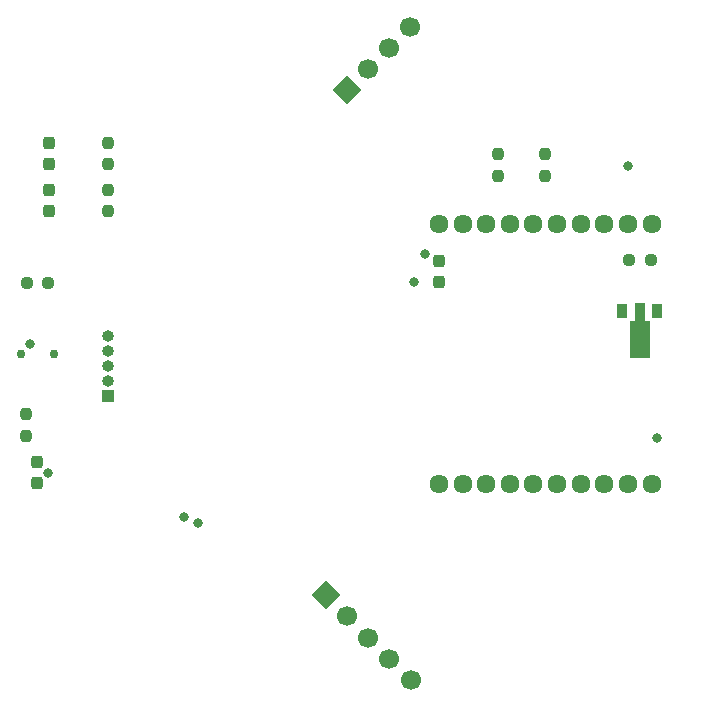
<source format=gts>
G04 #@! TF.GenerationSoftware,KiCad,Pcbnew,(6.0.1)*
G04 #@! TF.CreationDate,2022-04-06T23:24:07+09:00*
G04 #@! TF.ProjectId,xbee-gyro20220207,78626565-2d67-4797-926f-323032323032,V1.1*
G04 #@! TF.SameCoordinates,Original*
G04 #@! TF.FileFunction,Soldermask,Top*
G04 #@! TF.FilePolarity,Negative*
%FSLAX46Y46*%
G04 Gerber Fmt 4.6, Leading zero omitted, Abs format (unit mm)*
G04 Created by KiCad (PCBNEW (6.0.1)) date 2022-04-06 23:24:07*
%MOMM*%
%LPD*%
G01*
G04 APERTURE LIST*
G04 Aperture macros list*
%AMRoundRect*
0 Rectangle with rounded corners*
0 $1 Rounding radius*
0 $2 $3 $4 $5 $6 $7 $8 $9 X,Y pos of 4 corners*
0 Add a 4 corners polygon primitive as box body*
4,1,4,$2,$3,$4,$5,$6,$7,$8,$9,$2,$3,0*
0 Add four circle primitives for the rounded corners*
1,1,$1+$1,$2,$3*
1,1,$1+$1,$4,$5*
1,1,$1+$1,$6,$7*
1,1,$1+$1,$8,$9*
0 Add four rect primitives between the rounded corners*
20,1,$1+$1,$2,$3,$4,$5,0*
20,1,$1+$1,$4,$5,$6,$7,0*
20,1,$1+$1,$6,$7,$8,$9,0*
20,1,$1+$1,$8,$9,$2,$3,0*%
%AMHorizOval*
0 Thick line with rounded ends*
0 $1 width*
0 $2 $3 position (X,Y) of the first rounded end (center of the circle)*
0 $4 $5 position (X,Y) of the second rounded end (center of the circle)*
0 Add line between two ends*
20,1,$1,$2,$3,$4,$5,0*
0 Add two circle primitives to create the rounded ends*
1,1,$1,$2,$3*
1,1,$1,$4,$5*%
%AMRotRect*
0 Rectangle, with rotation*
0 The origin of the aperture is its center*
0 $1 length*
0 $2 width*
0 $3 Rotation angle, in degrees counterclockwise*
0 Add horizontal line*
21,1,$1,$2,0,0,$3*%
%AMFreePoly0*
4,1,9,3.862500,-0.866500,0.737500,-0.866500,0.737500,-0.450000,-0.737500,-0.450000,-0.737500,0.450000,0.737500,0.450000,0.737500,0.866500,3.862500,0.866500,3.862500,-0.866500,3.862500,-0.866500,$1*%
G04 Aperture macros list end*
%ADD10RoundRect,0.237500X0.237500X-0.287500X0.237500X0.287500X-0.237500X0.287500X-0.237500X-0.287500X0*%
%ADD11RoundRect,0.237500X0.237500X-0.250000X0.237500X0.250000X-0.237500X0.250000X-0.237500X-0.250000X0*%
%ADD12RotRect,1.700000X1.700000X45.000000*%
%ADD13HorizOval,1.700000X0.000000X0.000000X0.000000X0.000000X0*%
%ADD14RoundRect,0.237500X0.250000X0.237500X-0.250000X0.237500X-0.250000X-0.237500X0.250000X-0.237500X0*%
%ADD15R,0.900000X1.300000*%
%ADD16FreePoly0,270.000000*%
%ADD17RoundRect,0.237500X-0.237500X0.250000X-0.237500X-0.250000X0.237500X-0.250000X0.237500X0.250000X0*%
%ADD18RoundRect,0.237500X0.237500X-0.300000X0.237500X0.300000X-0.237500X0.300000X-0.237500X-0.300000X0*%
%ADD19RotRect,1.700000X1.700000X135.000000*%
%ADD20HorizOval,1.700000X0.000000X0.000000X0.000000X0.000000X0*%
%ADD21C,1.612800*%
%ADD22C,0.750000*%
%ADD23R,1.000000X1.000000*%
%ADD24O,1.000000X1.000000*%
%ADD25C,0.800000*%
G04 APERTURE END LIST*
D10*
X49000000Y-102875000D03*
X49000000Y-101125000D03*
D11*
X87000000Y-99912500D03*
X87000000Y-98087500D03*
X54000000Y-98912500D03*
X54000000Y-97087500D03*
D12*
X72407900Y-135407900D03*
D13*
X74203951Y-137203951D03*
X76000002Y-139000002D03*
X77796054Y-140796054D03*
X79592105Y-142592105D03*
D14*
X99912500Y-107000000D03*
X98087500Y-107000000D03*
D11*
X91000000Y-99912500D03*
X91000000Y-98087500D03*
D15*
X100500000Y-111350000D03*
D16*
X99000000Y-111437500D03*
D15*
X97500000Y-111350000D03*
D17*
X47000000Y-120087500D03*
X47000000Y-121912500D03*
D10*
X49000000Y-98875000D03*
X49000000Y-97125000D03*
D11*
X54000000Y-102912500D03*
X54000000Y-101087500D03*
D18*
X82000000Y-108862500D03*
X82000000Y-107137500D03*
D19*
X74200000Y-92669300D03*
D20*
X75996051Y-90873249D03*
X77792102Y-89077198D03*
X79588154Y-87281146D03*
D14*
X48912500Y-109000000D03*
X47087500Y-109000000D03*
D10*
X48000000Y-125875000D03*
X48000000Y-124125000D03*
D21*
X100000000Y-126000000D03*
X98000000Y-126000000D03*
X96000000Y-126000000D03*
X94000000Y-126000000D03*
X92000000Y-126000000D03*
X90000000Y-126000000D03*
X88000000Y-126000000D03*
X86000000Y-126000000D03*
X84000000Y-126000000D03*
X82000000Y-126000000D03*
X82000000Y-104000000D03*
X84000000Y-104000000D03*
X86000000Y-104000000D03*
X88000000Y-104000000D03*
X90000000Y-104000000D03*
X92000000Y-104000000D03*
X94000000Y-104000000D03*
X96000000Y-104000000D03*
X98000000Y-104000000D03*
X100000000Y-104000000D03*
D22*
X49375000Y-115000000D03*
X46625000Y-115000000D03*
D23*
X54000000Y-118550000D03*
D24*
X54000000Y-117280000D03*
X54000000Y-116010000D03*
X54000000Y-114740000D03*
X54000000Y-113470000D03*
D25*
X79908800Y-108862500D03*
X80779000Y-106530400D03*
X48859600Y-125015400D03*
X60439800Y-128740000D03*
X61608700Y-129272000D03*
X47368600Y-114122800D03*
X98025200Y-99085900D03*
X100500000Y-122088400D03*
M02*

</source>
